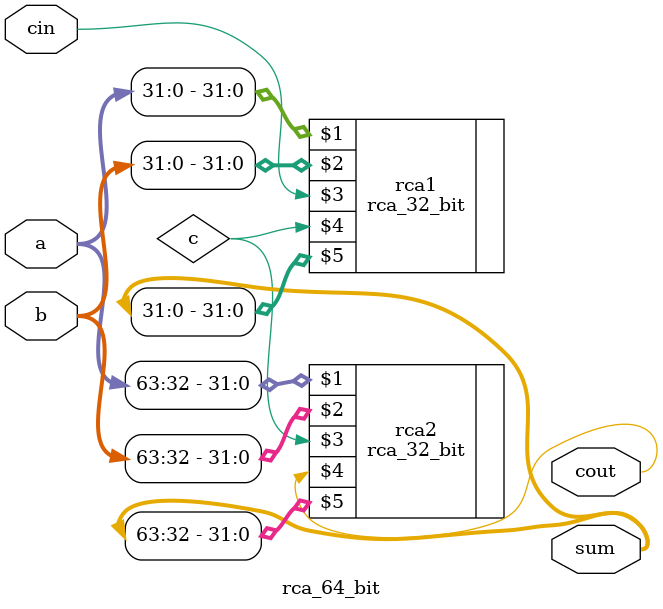
<source format=v>
`timescale 1ns / 1ps
module rca_64_bit(a, b, cin, cout, sum);
    input[63:0] a, b;
    input cin;
    output[63:0] sum;
    output cout;
    wire c;
    rca_32_bit rca1(a[31:0], b[31:0], cin, c, sum[31:0]);
    rca_32_bit rca2(a[63:32], b[63:32], c, cout, sum[63:32]);
endmodule

</source>
